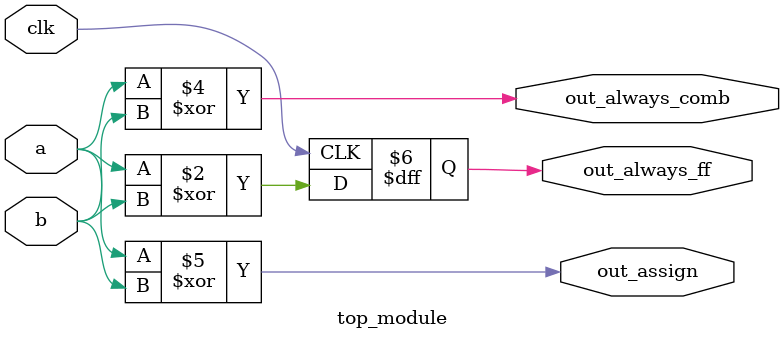
<source format=v>
module top_module(
    input clk,
    input a,
    input b,
    output wire out_assign,
    output reg out_always_comb,
    output reg out_always_ff   );
    always@ (posedge clk) 
        out_always_ff = a^b;
    always@ (*) 
        out_always_comb = a^b;
    assign out_assign = a^b;

endmodule

</source>
